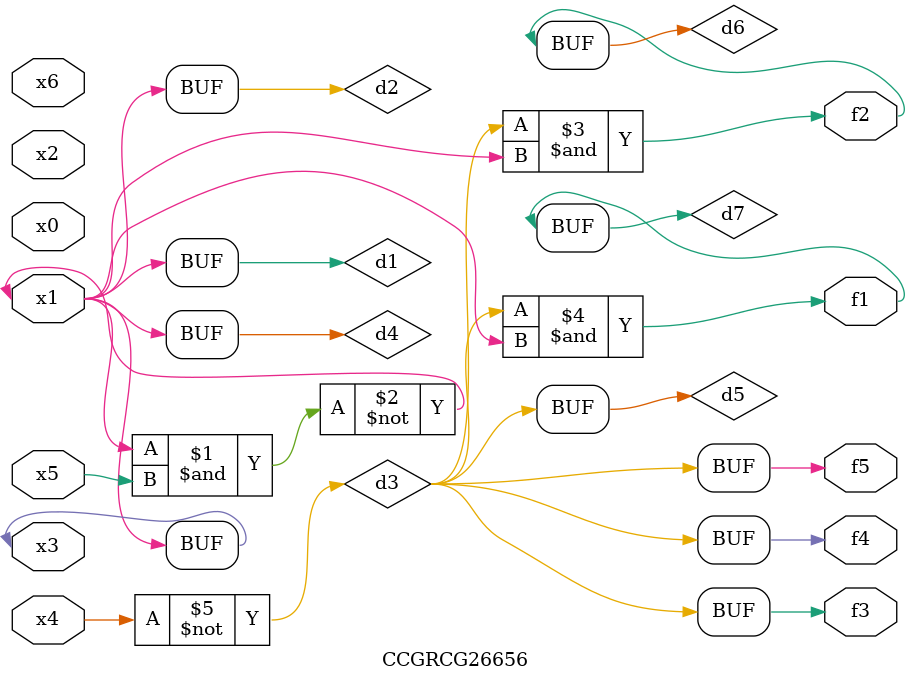
<source format=v>
module CCGRCG26656(
	input x0, x1, x2, x3, x4, x5, x6,
	output f1, f2, f3, f4, f5
);

	wire d1, d2, d3, d4, d5, d6, d7;

	buf (d1, x1, x3);
	nand (d2, x1, x5);
	not (d3, x4);
	buf (d4, d1, d2);
	buf (d5, d3);
	and (d6, d3, d4);
	and (d7, d3, d4);
	assign f1 = d7;
	assign f2 = d6;
	assign f3 = d5;
	assign f4 = d5;
	assign f5 = d5;
endmodule

</source>
